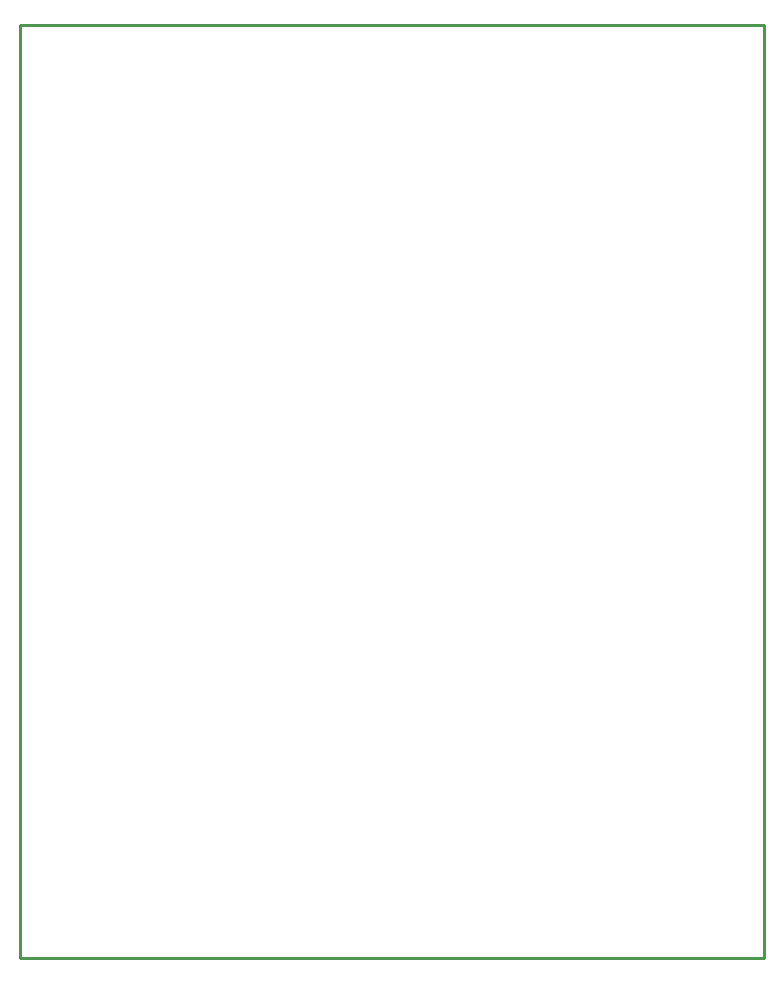
<source format=gbr>
G04 EAGLE Gerber RS-274X export*
G75*
%MOMM*%
%FSLAX34Y34*%
%LPD*%
%IN*%
%IPPOS*%
%AMOC8*
5,1,8,0,0,1.08239X$1,22.5*%
G01*
G04 Define Apertures*
%ADD10C,0.254000*%
D10*
X0Y0D02*
X630000Y0D01*
X630000Y790000D01*
X0Y790000D01*
X0Y0D01*
M02*

</source>
